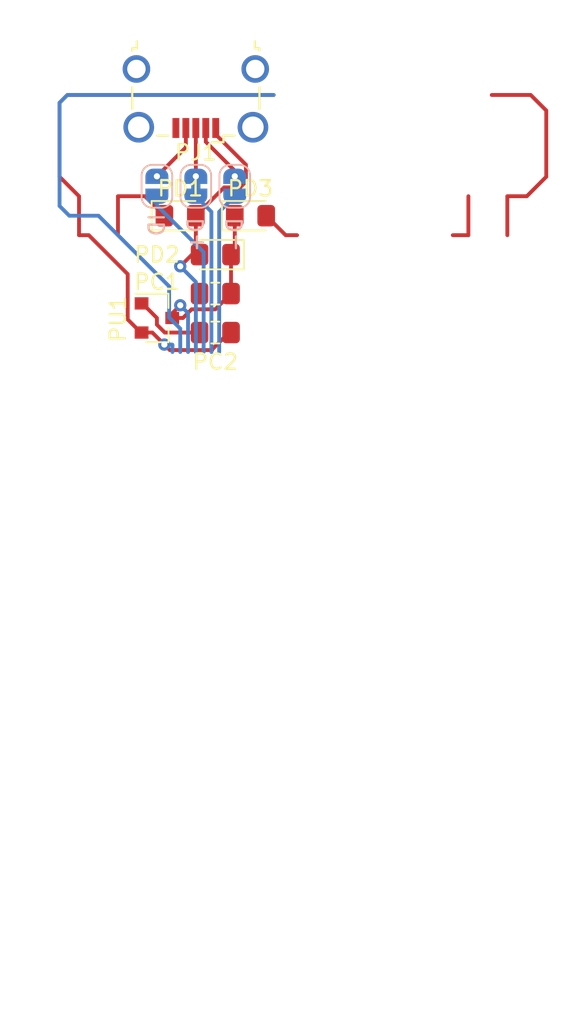
<source format=kicad_pcb>
(kicad_pcb (version 20171130) (host pcbnew 5.1.2)

  (general
    (thickness 1.6)
    (drawings 208)
    (tracks 89)
    (zones 0)
    (modules 10)
    (nets 14)
  )

  (page A4)
  (layers
    (0 F.Cu signal)
    (31 B.Cu signal)
    (32 B.Adhes user)
    (33 F.Adhes user)
    (34 B.Paste user)
    (35 F.Paste user)
    (36 B.SilkS user)
    (37 F.SilkS user)
    (38 B.Mask user)
    (39 F.Mask user)
    (40 Dwgs.User user)
    (41 Cmts.User user)
    (42 Eco1.User user)
    (43 Eco2.User user)
    (44 Edge.Cuts user)
    (45 Margin user)
    (46 B.CrtYd user)
    (47 F.CrtYd user)
    (48 B.Fab user)
    (49 F.Fab user)
  )

  (setup
    (last_trace_width 0.25)
    (trace_clearance 0.2)
    (zone_clearance 0.508)
    (zone_45_only no)
    (trace_min 0.2)
    (via_size 0.8)
    (via_drill 0.4)
    (via_min_size 0.4)
    (via_min_drill 0.3)
    (uvia_size 0.3)
    (uvia_drill 0.1)
    (uvias_allowed no)
    (uvia_min_size 0.2)
    (uvia_min_drill 0.1)
    (edge_width 0.05)
    (segment_width 0.2)
    (pcb_text_width 0.3)
    (pcb_text_size 1.5 1.5)
    (mod_edge_width 0.12)
    (mod_text_size 1 1)
    (mod_text_width 0.15)
    (pad_size 1.7 1.7)
    (pad_drill 1)
    (pad_to_mask_clearance 0.051)
    (solder_mask_min_width 0.25)
    (aux_axis_origin 0 0)
    (visible_elements FFFFFF7F)
    (pcbplotparams
      (layerselection 0x010fc_ffffffff)
      (usegerberextensions false)
      (usegerberattributes false)
      (usegerberadvancedattributes false)
      (creategerberjobfile false)
      (excludeedgelayer true)
      (linewidth 0.100000)
      (plotframeref false)
      (viasonmask false)
      (mode 1)
      (useauxorigin false)
      (hpglpennumber 1)
      (hpglpenspeed 20)
      (hpglpendiameter 15.000000)
      (psnegative false)
      (psa4output false)
      (plotreference true)
      (plotvalue true)
      (plotinvisibletext false)
      (padsonsilk false)
      (subtractmaskfromsilk false)
      (outputformat 1)
      (mirror false)
      (drillshape 1)
      (scaleselection 1)
      (outputdirectory ""))
  )

  (net 0 "")
  (net 1 GND)
  (net 2 VREG_IN)
  (net 3 VDD)
  (net 4 VBUS)
  (net 5 "Net-(PJ1-Pad3)")
  (net 6 "Net-(PJ1-Pad2)")
  (net 7 +5V)
  (net 8 5V)
  (net 9 VBAT)
  (net 10 "Net-(PJ1-Pad4)")
  (net 11 USB_D+)
  (net 12 USB_D-)
  (net 13 USB_ID)

  (net_class Default "Dit is de standaard class."
    (clearance 0.2)
    (trace_width 0.25)
    (via_dia 0.8)
    (via_drill 0.4)
    (uvia_dia 0.3)
    (uvia_drill 0.1)
    (add_net +5V)
    (add_net 5V)
    (add_net GND)
    (add_net "Net-(PJ1-Pad2)")
    (add_net "Net-(PJ1-Pad3)")
    (add_net "Net-(PJ1-Pad4)")
    (add_net USB_D+)
    (add_net USB_D-)
    (add_net USB_ID)
    (add_net VBAT)
    (add_net VBUS)
    (add_net VDD)
    (add_net VREG_IN)
  )

  (module Jumper:SolderJumper-2_P1.3mm_Open_RoundedPad1.0x1.5mm (layer B.Cu) (tedit 5B391E66) (tstamp 5CD68DB9)
    (at 142.24 60.31 270)
    (descr "SMD Solder Jumper, 1x1.5mm, rounded Pads, 0.3mm gap, open")
    (tags "solder jumper open")
    (path /5CD68ED6)
    (attr virtual)
    (fp_text reference PSJ3 (at 0 1.8 270) (layer B.SilkS) hide
      (effects (font (size 1 1) (thickness 0.15)) (justify mirror))
    )
    (fp_text value ID (at 2.525 0 270) (layer B.SilkS)
      (effects (font (size 1 1) (thickness 0.15)) (justify mirror))
    )
    (fp_line (start 1.65 -1.25) (end -1.65 -1.25) (layer B.CrtYd) (width 0.05))
    (fp_line (start 1.65 -1.25) (end 1.65 1.25) (layer B.CrtYd) (width 0.05))
    (fp_line (start -1.65 1.25) (end -1.65 -1.25) (layer B.CrtYd) (width 0.05))
    (fp_line (start -1.65 1.25) (end 1.65 1.25) (layer B.CrtYd) (width 0.05))
    (fp_line (start -0.7 1) (end 0.7 1) (layer B.SilkS) (width 0.12))
    (fp_line (start 1.4 0.3) (end 1.4 -0.3) (layer B.SilkS) (width 0.12))
    (fp_line (start 0.7 -1) (end -0.7 -1) (layer B.SilkS) (width 0.12))
    (fp_line (start -1.4 -0.3) (end -1.4 0.3) (layer B.SilkS) (width 0.12))
    (fp_arc (start -0.7 0.3) (end -0.7 1) (angle 90) (layer B.SilkS) (width 0.12))
    (fp_arc (start -0.7 -0.3) (end -1.4 -0.3) (angle 90) (layer B.SilkS) (width 0.12))
    (fp_arc (start 0.7 -0.3) (end 0.7 -1) (angle 90) (layer B.SilkS) (width 0.12))
    (fp_arc (start 0.7 0.3) (end 1.4 0.3) (angle 90) (layer B.SilkS) (width 0.12))
    (pad 2 smd custom (at 0.65 0 270) (size 1 0.5) (layers B.Cu B.Mask)
      (net 13 USB_ID) (zone_connect 2)
      (options (clearance outline) (anchor rect))
      (primitives
        (gr_circle (center 0 -0.25) (end 0.5 -0.25) (width 0))
        (gr_circle (center 0 0.25) (end 0.5 0.25) (width 0))
        (gr_poly (pts
           (xy 0 0.75) (xy -0.5 0.75) (xy -0.5 -0.75) (xy 0 -0.75)) (width 0))
      ))
    (pad 1 smd custom (at -0.65 0 270) (size 1 0.5) (layers B.Cu B.Mask)
      (net 10 "Net-(PJ1-Pad4)") (zone_connect 2)
      (options (clearance outline) (anchor rect))
      (primitives
        (gr_circle (center 0 -0.25) (end 0.5 -0.25) (width 0))
        (gr_circle (center 0 0.25) (end 0.5 0.25) (width 0))
        (gr_poly (pts
           (xy 0 0.75) (xy 0.5 0.75) (xy 0.5 -0.75) (xy 0 -0.75)) (width 0))
      ))
  )

  (module Jumper:SolderJumper-2_P1.3mm_Bridged_RoundedPad1.0x1.5mm (layer B.Cu) (tedit 5C745284) (tstamp 5CD312EF)
    (at 147.32 60.31 270)
    (descr "SMD Solder Jumper, 1x1.5mm, rounded Pads, 0.3mm gap, bridged with 1 copper strip")
    (tags "solder jumper open")
    (path /5CD49D12)
    (attr virtual)
    (fp_text reference PSJ2 (at 0 1.8 90) (layer B.SilkS) hide
      (effects (font (size 1 1) (thickness 0.15)) (justify mirror))
    )
    (fp_text value D- (at 3.16 0 90) (layer B.SilkS)
      (effects (font (size 1 1) (thickness 0.15)) (justify mirror))
    )
    (fp_poly (pts (xy 0.25 0.3) (xy -0.25 0.3) (xy -0.25 -0.3) (xy 0.25 -0.3)) (layer B.Cu) (width 0))
    (fp_line (start 1.65 -1.25) (end -1.65 -1.25) (layer B.CrtYd) (width 0.05))
    (fp_line (start 1.65 -1.25) (end 1.65 1.25) (layer B.CrtYd) (width 0.05))
    (fp_line (start -1.65 1.25) (end -1.65 -1.25) (layer B.CrtYd) (width 0.05))
    (fp_line (start -1.65 1.25) (end 1.65 1.25) (layer B.CrtYd) (width 0.05))
    (fp_line (start -0.7 1) (end 0.7 1) (layer B.SilkS) (width 0.12))
    (fp_line (start 1.4 0.3) (end 1.4 -0.3) (layer B.SilkS) (width 0.12))
    (fp_line (start 0.7 -1) (end -0.7 -1) (layer B.SilkS) (width 0.12))
    (fp_line (start -1.4 -0.3) (end -1.4 0.3) (layer B.SilkS) (width 0.12))
    (fp_arc (start -0.7 0.3) (end -0.7 1) (angle 90) (layer B.SilkS) (width 0.12))
    (fp_arc (start -0.7 -0.3) (end -1.4 -0.3) (angle 90) (layer B.SilkS) (width 0.12))
    (fp_arc (start 0.7 -0.3) (end 0.7 -1) (angle 90) (layer B.SilkS) (width 0.12))
    (fp_arc (start 0.7 0.3) (end 1.4 0.3) (angle 90) (layer B.SilkS) (width 0.12))
    (pad 1 smd custom (at -0.65 0 270) (size 1 0.5) (layers B.Cu B.Mask)
      (net 6 "Net-(PJ1-Pad2)") (zone_connect 2)
      (options (clearance outline) (anchor rect))
      (primitives
        (gr_circle (center 0 -0.25) (end 0.5 -0.25) (width 0))
        (gr_circle (center 0 0.25) (end 0.5 0.25) (width 0))
        (gr_poly (pts
           (xy 0 0.75) (xy 0.5 0.75) (xy 0.5 -0.75) (xy 0 -0.75)) (width 0))
      ))
    (pad 2 smd custom (at 0.65 0 270) (size 1 0.5) (layers B.Cu B.Mask)
      (net 12 USB_D-) (zone_connect 2)
      (options (clearance outline) (anchor rect))
      (primitives
        (gr_circle (center 0 -0.25) (end 0.5 -0.25) (width 0))
        (gr_circle (center 0 0.25) (end 0.5 0.25) (width 0))
        (gr_poly (pts
           (xy 0 0.75) (xy -0.5 0.75) (xy -0.5 -0.75) (xy 0 -0.75)) (width 0))
      ))
  )

  (module Jumper:SolderJumper-2_P1.3mm_Bridged_RoundedPad1.0x1.5mm (layer B.Cu) (tedit 5C745284) (tstamp 5CD312DC)
    (at 144.78 60.31 270)
    (descr "SMD Solder Jumper, 1x1.5mm, rounded Pads, 0.3mm gap, bridged with 1 copper strip")
    (tags "solder jumper open")
    (path /5CD490AD)
    (attr virtual)
    (fp_text reference PSJ1 (at 0 1.8 90) (layer B.SilkS) hide
      (effects (font (size 1 1) (thickness 0.15)) (justify mirror))
    )
    (fp_text value D+ (at 3.16 0 90) (layer B.SilkS)
      (effects (font (size 1 1) (thickness 0.15)) (justify mirror))
    )
    (fp_poly (pts (xy 0.25 0.3) (xy -0.25 0.3) (xy -0.25 -0.3) (xy 0.25 -0.3)) (layer B.Cu) (width 0))
    (fp_line (start 1.65 -1.25) (end -1.65 -1.25) (layer B.CrtYd) (width 0.05))
    (fp_line (start 1.65 -1.25) (end 1.65 1.25) (layer B.CrtYd) (width 0.05))
    (fp_line (start -1.65 1.25) (end -1.65 -1.25) (layer B.CrtYd) (width 0.05))
    (fp_line (start -1.65 1.25) (end 1.65 1.25) (layer B.CrtYd) (width 0.05))
    (fp_line (start -0.7 1) (end 0.7 1) (layer B.SilkS) (width 0.12))
    (fp_line (start 1.4 0.3) (end 1.4 -0.3) (layer B.SilkS) (width 0.12))
    (fp_line (start 0.7 -1) (end -0.7 -1) (layer B.SilkS) (width 0.12))
    (fp_line (start -1.4 -0.3) (end -1.4 0.3) (layer B.SilkS) (width 0.12))
    (fp_arc (start -0.7 0.3) (end -0.7 1) (angle 90) (layer B.SilkS) (width 0.12))
    (fp_arc (start -0.7 -0.3) (end -1.4 -0.3) (angle 90) (layer B.SilkS) (width 0.12))
    (fp_arc (start 0.7 -0.3) (end 0.7 -1) (angle 90) (layer B.SilkS) (width 0.12))
    (fp_arc (start 0.7 0.3) (end 1.4 0.3) (angle 90) (layer B.SilkS) (width 0.12))
    (pad 1 smd custom (at -0.65 0 270) (size 1 0.5) (layers B.Cu B.Mask)
      (net 5 "Net-(PJ1-Pad3)") (zone_connect 2)
      (options (clearance outline) (anchor rect))
      (primitives
        (gr_circle (center 0 -0.25) (end 0.5 -0.25) (width 0))
        (gr_circle (center 0 0.25) (end 0.5 0.25) (width 0))
        (gr_poly (pts
           (xy 0 0.75) (xy 0.5 0.75) (xy 0.5 -0.75) (xy 0 -0.75)) (width 0))
      ))
    (pad 2 smd custom (at 0.65 0 270) (size 1 0.5) (layers B.Cu B.Mask)
      (net 11 USB_D+) (zone_connect 2)
      (options (clearance outline) (anchor rect))
      (primitives
        (gr_circle (center 0 -0.25) (end 0.5 -0.25) (width 0))
        (gr_circle (center 0 0.25) (end 0.5 0.25) (width 0))
        (gr_poly (pts
           (xy 0 0.75) (xy -0.5 0.75) (xy -0.5 -0.75) (xy 0 -0.75)) (width 0))
      ))
  )

  (module Package_TO_SOT_SMD:SOT-23 (layer F.Cu) (tedit 5A02FF57) (tstamp 5CD31063)
    (at 142.24 68.9)
    (descr "SOT-23, Standard")
    (tags SOT-23)
    (path /5CD34147)
    (attr smd)
    (fp_text reference PU1 (at -2.54 0.061 90) (layer F.SilkS)
      (effects (font (size 1 1) (thickness 0.15)))
    )
    (fp_text value MCP1700-3302E_SOT23 (at 0 2.5) (layer F.Fab)
      (effects (font (size 1 1) (thickness 0.15)))
    )
    (fp_line (start 0.76 1.58) (end -0.7 1.58) (layer F.SilkS) (width 0.12))
    (fp_line (start 0.76 -1.58) (end -1.4 -1.58) (layer F.SilkS) (width 0.12))
    (fp_line (start -1.7 1.75) (end -1.7 -1.75) (layer F.CrtYd) (width 0.05))
    (fp_line (start 1.7 1.75) (end -1.7 1.75) (layer F.CrtYd) (width 0.05))
    (fp_line (start 1.7 -1.75) (end 1.7 1.75) (layer F.CrtYd) (width 0.05))
    (fp_line (start -1.7 -1.75) (end 1.7 -1.75) (layer F.CrtYd) (width 0.05))
    (fp_line (start 0.76 -1.58) (end 0.76 -0.65) (layer F.SilkS) (width 0.12))
    (fp_line (start 0.76 1.58) (end 0.76 0.65) (layer F.SilkS) (width 0.12))
    (fp_line (start -0.7 1.52) (end 0.7 1.52) (layer F.Fab) (width 0.1))
    (fp_line (start 0.7 -1.52) (end 0.7 1.52) (layer F.Fab) (width 0.1))
    (fp_line (start -0.7 -0.95) (end -0.15 -1.52) (layer F.Fab) (width 0.1))
    (fp_line (start -0.15 -1.52) (end 0.7 -1.52) (layer F.Fab) (width 0.1))
    (fp_line (start -0.7 -0.95) (end -0.7 1.5) (layer F.Fab) (width 0.1))
    (fp_text user %R (at 0 0 90) (layer F.Fab)
      (effects (font (size 0.5 0.5) (thickness 0.075)))
    )
    (pad 3 smd rect (at 1 0) (size 0.9 0.8) (layers F.Cu F.Paste F.Mask)
      (net 2 VREG_IN))
    (pad 2 smd rect (at -1 0.95) (size 0.9 0.8) (layers F.Cu F.Paste F.Mask)
      (net 3 VDD))
    (pad 1 smd rect (at -1 -0.95) (size 0.9 0.8) (layers F.Cu F.Paste F.Mask)
      (net 1 GND))
    (model ${KISYS3DMOD}/Package_TO_SOT_SMD.3dshapes/SOT-23.wrl
      (at (xyz 0 0 0))
      (scale (xyz 1 1 1))
      (rotate (xyz 0 0 0))
    )
  )

  (module Connector_USB:USB_Micro-B_Wuerth_629105150521_CircularHoles locked (layer F.Cu) (tedit 5A142044) (tstamp 5CD3051C)
    (at 144.78 54.61 180)
    (descr "USB Micro-B receptacle, http://www.mouser.com/ds/2/445/629105150521-469306.pdf")
    (tags "usb micro receptacle")
    (path /5CD3EA32)
    (attr smd)
    (fp_text reference PJ1 (at 0 -3.5) (layer F.SilkS)
      (effects (font (size 1 1) (thickness 0.15)))
    )
    (fp_text value USB_B_Mini (at 0 5.6) (layer F.Fab)
      (effects (font (size 1 1) (thickness 0.15)))
    )
    (fp_text user "PCB Edge" (at 0 3.75) (layer Dwgs.User)
      (effects (font (size 0.5 0.5) (thickness 0.08)))
    )
    (fp_text user %R (at 0 1.05) (layer F.Fab)
      (effects (font (size 1 1) (thickness 0.15)))
    )
    (fp_line (start 5.28 -3.34) (end -5.27 -3.34) (layer F.CrtYd) (width 0.05))
    (fp_line (start 5.28 4.85) (end 5.28 -3.34) (layer F.CrtYd) (width 0.05))
    (fp_line (start -5.27 4.85) (end 5.28 4.85) (layer F.CrtYd) (width 0.05))
    (fp_line (start -5.27 -3.34) (end -5.27 4.85) (layer F.CrtYd) (width 0.05))
    (fp_line (start 1.8 -2.4) (end 2.525 -2.4) (layer F.SilkS) (width 0.15))
    (fp_line (start -1.8 -2.4) (end -2.525 -2.4) (layer F.SilkS) (width 0.15))
    (fp_line (start -1.8 -2.825) (end -1.8 -2.4) (layer F.SilkS) (width 0.15))
    (fp_line (start -1.075 -2.825) (end -1.8 -2.825) (layer F.SilkS) (width 0.15))
    (fp_line (start 4.15 0.75) (end 4.15 -0.65) (layer F.SilkS) (width 0.15))
    (fp_line (start 4.15 3.3) (end 4.15 3.15) (layer F.SilkS) (width 0.15))
    (fp_line (start 3.85 3.3) (end 4.15 3.3) (layer F.SilkS) (width 0.15))
    (fp_line (start 3.85 3.75) (end 3.85 3.3) (layer F.SilkS) (width 0.15))
    (fp_line (start -3.85 3.3) (end -3.85 3.75) (layer F.SilkS) (width 0.15))
    (fp_line (start -4.15 3.3) (end -3.85 3.3) (layer F.SilkS) (width 0.15))
    (fp_line (start -4.15 3.15) (end -4.15 3.3) (layer F.SilkS) (width 0.15))
    (fp_line (start -4.15 -0.65) (end -4.15 0.75) (layer F.SilkS) (width 0.15))
    (fp_line (start -1.075 -2.95) (end -1.075 -2.725) (layer F.Fab) (width 0.15))
    (fp_line (start -1.525 -2.95) (end -1.075 -2.95) (layer F.Fab) (width 0.15))
    (fp_line (start -1.525 -2.725) (end -1.525 -2.95) (layer F.Fab) (width 0.15))
    (fp_line (start -1.3 -2.55) (end -1.525 -2.725) (layer F.Fab) (width 0.15))
    (fp_line (start -1.075 -2.725) (end -1.3 -2.55) (layer F.Fab) (width 0.15))
    (fp_line (start -2.7 3.75) (end 2.7 3.75) (layer F.Fab) (width 0.15))
    (fp_line (start 4 -2.25) (end -4 -2.25) (layer F.Fab) (width 0.15))
    (fp_line (start 4 3.15) (end 4 -2.25) (layer F.Fab) (width 0.15))
    (fp_line (start 3.7 3.15) (end 4 3.15) (layer F.Fab) (width 0.15))
    (fp_line (start 3.7 4.35) (end 3.7 3.15) (layer F.Fab) (width 0.15))
    (fp_line (start -3.7 4.35) (end 3.7 4.35) (layer F.Fab) (width 0.15))
    (fp_line (start -3.7 3.15) (end -3.7 4.35) (layer F.Fab) (width 0.15))
    (fp_line (start -4 3.15) (end -3.7 3.15) (layer F.Fab) (width 0.15))
    (fp_line (start -4 -2.25) (end -4 3.15) (layer F.Fab) (width 0.15))
    (pad "" np_thru_hole circle (at 2.5 -0.8 180) (size 0.8 0.8) (drill 0.8) (layers *.Cu *.Mask))
    (pad "" np_thru_hole circle (at -2.5 -0.8 180) (size 0.8 0.8) (drill 0.8) (layers *.Cu *.Mask))
    (pad 6 thru_hole circle (at 3.875 1.95 180) (size 1.8 1.8) (drill 1.2) (layers *.Cu *.Mask)
      (net 1 GND))
    (pad 6 thru_hole circle (at -3.875 1.95 180) (size 1.8 1.8) (drill 1.2) (layers *.Cu *.Mask)
      (net 1 GND))
    (pad 6 thru_hole circle (at 3.725 -1.85 180) (size 2 2) (drill 1.4) (layers *.Cu *.Mask)
      (net 1 GND))
    (pad 6 thru_hole circle (at -3.725 -1.85 180) (size 2 2) (drill 1.4) (layers *.Cu *.Mask)
      (net 1 GND))
    (pad 5 smd rect (at 1.3 -1.9 180) (size 0.45 1.3) (layers F.Cu F.Paste F.Mask)
      (net 1 GND))
    (pad 4 smd rect (at 0.65 -1.9 180) (size 0.45 1.3) (layers F.Cu F.Paste F.Mask)
      (net 10 "Net-(PJ1-Pad4)"))
    (pad 3 smd rect (at 0 -1.9 180) (size 0.45 1.3) (layers F.Cu F.Paste F.Mask)
      (net 5 "Net-(PJ1-Pad3)"))
    (pad 2 smd rect (at -0.65 -1.9 180) (size 0.45 1.3) (layers F.Cu F.Paste F.Mask)
      (net 6 "Net-(PJ1-Pad2)"))
    (pad 1 smd rect (at -1.3 -1.9 180) (size 0.45 1.3) (layers F.Cu F.Paste F.Mask)
      (net 4 VBUS))
    (model ${KISYS3DMOD}/Connector_USB.3dshapes/USB_Micro-B_Wuerth_629105150521_CircularHoles.wrl
      (at (xyz 0 0 0))
      (scale (xyz 1 1 1))
      (rotate (xyz 0 0 0))
    )
  )

  (module Diode_SMD:D_0805_2012Metric_Pad1.15x1.40mm_HandSolder (layer F.Cu) (tedit 5B4B45C8) (tstamp 5CD304ED)
    (at 148.345 62.23)
    (descr "Diode SMD 0805 (2012 Metric), square (rectangular) end terminal, IPC_7351 nominal, (Body size source: https://docs.google.com/spreadsheets/d/1BsfQQcO9C6DZCsRaXUlFlo91Tg2WpOkGARC1WS5S8t0/edit?usp=sharing), generated with kicad-footprint-generator")
    (tags "diode handsolder")
    (path /5CD39A0C)
    (attr smd)
    (fp_text reference PD3 (at -0.009 -1.778) (layer F.SilkS)
      (effects (font (size 1 1) (thickness 0.15)))
    )
    (fp_text value D (at 0 1.65) (layer F.Fab)
      (effects (font (size 1 1) (thickness 0.15)))
    )
    (fp_text user %R (at 0 0) (layer F.Fab)
      (effects (font (size 0.5 0.5) (thickness 0.08)))
    )
    (fp_line (start 1.85 0.95) (end -1.85 0.95) (layer F.CrtYd) (width 0.05))
    (fp_line (start 1.85 -0.95) (end 1.85 0.95) (layer F.CrtYd) (width 0.05))
    (fp_line (start -1.85 -0.95) (end 1.85 -0.95) (layer F.CrtYd) (width 0.05))
    (fp_line (start -1.85 0.95) (end -1.85 -0.95) (layer F.CrtYd) (width 0.05))
    (fp_line (start -1.86 0.96) (end 1 0.96) (layer F.SilkS) (width 0.12))
    (fp_line (start -1.86 -0.96) (end -1.86 0.96) (layer F.SilkS) (width 0.12))
    (fp_line (start 1 -0.96) (end -1.86 -0.96) (layer F.SilkS) (width 0.12))
    (fp_line (start 1 0.6) (end 1 -0.6) (layer F.Fab) (width 0.1))
    (fp_line (start -1 0.6) (end 1 0.6) (layer F.Fab) (width 0.1))
    (fp_line (start -1 -0.3) (end -1 0.6) (layer F.Fab) (width 0.1))
    (fp_line (start -0.7 -0.6) (end -1 -0.3) (layer F.Fab) (width 0.1))
    (fp_line (start 1 -0.6) (end -0.7 -0.6) (layer F.Fab) (width 0.1))
    (pad 2 smd roundrect (at 1.025 0) (size 1.15 1.4) (layers F.Cu F.Paste F.Mask) (roundrect_rratio 0.217391)
      (net 9 VBAT))
    (pad 1 smd roundrect (at -1.025 0) (size 1.15 1.4) (layers F.Cu F.Paste F.Mask) (roundrect_rratio 0.217391)
      (net 2 VREG_IN))
    (model ${KISYS3DMOD}/Diode_SMD.3dshapes/D_0805_2012Metric.wrl
      (at (xyz 0 0 0))
      (scale (xyz 1 1 1))
      (rotate (xyz 0 0 0))
    )
  )

  (module Diode_SMD:D_0805_2012Metric_Pad1.15x1.40mm_HandSolder (layer F.Cu) (tedit 5B4B45C8) (tstamp 5CD304DA)
    (at 146.05 64.77 180)
    (descr "Diode SMD 0805 (2012 Metric), square (rectangular) end terminal, IPC_7351 nominal, (Body size source: https://docs.google.com/spreadsheets/d/1BsfQQcO9C6DZCsRaXUlFlo91Tg2WpOkGARC1WS5S8t0/edit?usp=sharing), generated with kicad-footprint-generator")
    (tags "diode handsolder")
    (path /5CD38AA0)
    (attr smd)
    (fp_text reference PD2 (at 3.81 0) (layer F.SilkS)
      (effects (font (size 1 1) (thickness 0.15)))
    )
    (fp_text value D (at 0 1.65) (layer F.Fab)
      (effects (font (size 1 1) (thickness 0.15)))
    )
    (fp_text user %R (at 0 0) (layer F.Fab)
      (effects (font (size 0.5 0.5) (thickness 0.08)))
    )
    (fp_line (start 1.85 0.95) (end -1.85 0.95) (layer F.CrtYd) (width 0.05))
    (fp_line (start 1.85 -0.95) (end 1.85 0.95) (layer F.CrtYd) (width 0.05))
    (fp_line (start -1.85 -0.95) (end 1.85 -0.95) (layer F.CrtYd) (width 0.05))
    (fp_line (start -1.85 0.95) (end -1.85 -0.95) (layer F.CrtYd) (width 0.05))
    (fp_line (start -1.86 0.96) (end 1 0.96) (layer F.SilkS) (width 0.12))
    (fp_line (start -1.86 -0.96) (end -1.86 0.96) (layer F.SilkS) (width 0.12))
    (fp_line (start 1 -0.96) (end -1.86 -0.96) (layer F.SilkS) (width 0.12))
    (fp_line (start 1 0.6) (end 1 -0.6) (layer F.Fab) (width 0.1))
    (fp_line (start -1 0.6) (end 1 0.6) (layer F.Fab) (width 0.1))
    (fp_line (start -1 -0.3) (end -1 0.6) (layer F.Fab) (width 0.1))
    (fp_line (start -0.7 -0.6) (end -1 -0.3) (layer F.Fab) (width 0.1))
    (fp_line (start 1 -0.6) (end -0.7 -0.6) (layer F.Fab) (width 0.1))
    (pad 2 smd roundrect (at 1.025 0 180) (size 1.15 1.4) (layers F.Cu F.Paste F.Mask) (roundrect_rratio 0.217391)
      (net 4 VBUS))
    (pad 1 smd roundrect (at -1.025 0 180) (size 1.15 1.4) (layers F.Cu F.Paste F.Mask) (roundrect_rratio 0.217391)
      (net 2 VREG_IN))
    (model ${KISYS3DMOD}/Diode_SMD.3dshapes/D_0805_2012Metric.wrl
      (at (xyz 0 0 0))
      (scale (xyz 1 1 1))
      (rotate (xyz 0 0 0))
    )
  )

  (module Diode_SMD:D_0805_2012Metric_Pad1.15x1.40mm_HandSolder (layer F.Cu) (tedit 5B4B45C8) (tstamp 5CD304C7)
    (at 143.755 62.23)
    (descr "Diode SMD 0805 (2012 Metric), square (rectangular) end terminal, IPC_7351 nominal, (Body size source: https://docs.google.com/spreadsheets/d/1BsfQQcO9C6DZCsRaXUlFlo91Tg2WpOkGARC1WS5S8t0/edit?usp=sharing), generated with kicad-footprint-generator")
    (tags "diode handsolder")
    (path /5CD3CA7E)
    (attr smd)
    (fp_text reference PD1 (at 0.009 -1.778) (layer F.SilkS)
      (effects (font (size 1 1) (thickness 0.15)))
    )
    (fp_text value D (at 0 1.65) (layer F.Fab)
      (effects (font (size 1 1) (thickness 0.15)))
    )
    (fp_text user %R (at 0 0) (layer F.Fab)
      (effects (font (size 0.5 0.5) (thickness 0.08)))
    )
    (fp_line (start 1.85 0.95) (end -1.85 0.95) (layer F.CrtYd) (width 0.05))
    (fp_line (start 1.85 -0.95) (end 1.85 0.95) (layer F.CrtYd) (width 0.05))
    (fp_line (start -1.85 -0.95) (end 1.85 -0.95) (layer F.CrtYd) (width 0.05))
    (fp_line (start -1.85 0.95) (end -1.85 -0.95) (layer F.CrtYd) (width 0.05))
    (fp_line (start -1.86 0.96) (end 1 0.96) (layer F.SilkS) (width 0.12))
    (fp_line (start -1.86 -0.96) (end -1.86 0.96) (layer F.SilkS) (width 0.12))
    (fp_line (start 1 -0.96) (end -1.86 -0.96) (layer F.SilkS) (width 0.12))
    (fp_line (start 1 0.6) (end 1 -0.6) (layer F.Fab) (width 0.1))
    (fp_line (start -1 0.6) (end 1 0.6) (layer F.Fab) (width 0.1))
    (fp_line (start -1 -0.3) (end -1 0.6) (layer F.Fab) (width 0.1))
    (fp_line (start -0.7 -0.6) (end -1 -0.3) (layer F.Fab) (width 0.1))
    (fp_line (start 1 -0.6) (end -0.7 -0.6) (layer F.Fab) (width 0.1))
    (pad 2 smd roundrect (at 1.025 0) (size 1.15 1.4) (layers F.Cu F.Paste F.Mask) (roundrect_rratio 0.217391)
      (net 4 VBUS))
    (pad 1 smd roundrect (at -1.025 0) (size 1.15 1.4) (layers F.Cu F.Paste F.Mask) (roundrect_rratio 0.217391)
      (net 8 5V))
    (model ${KISYS3DMOD}/Diode_SMD.3dshapes/D_0805_2012Metric.wrl
      (at (xyz 0 0 0))
      (scale (xyz 1 1 1))
      (rotate (xyz 0 0 0))
    )
  )

  (module Capacitor_SMD:C_0805_2012Metric_Pad1.15x1.40mm_HandSolder (layer F.Cu) (tedit 5B36C52B) (tstamp 5CD304B4)
    (at 146.05 69.85 180)
    (descr "Capacitor SMD 0805 (2012 Metric), square (rectangular) end terminal, IPC_7351 nominal with elongated pad for handsoldering. (Body size source: https://docs.google.com/spreadsheets/d/1BsfQQcO9C6DZCsRaXUlFlo91Tg2WpOkGARC1WS5S8t0/edit?usp=sharing), generated with kicad-footprint-generator")
    (tags "capacitor handsolder")
    (path /5CD36A53)
    (attr smd)
    (fp_text reference PC2 (at 0 -1.905) (layer F.SilkS)
      (effects (font (size 1 1) (thickness 0.15)))
    )
    (fp_text value 1uF (at 0 1.65) (layer F.Fab)
      (effects (font (size 1 1) (thickness 0.15)))
    )
    (fp_text user %R (at 0 0) (layer F.Fab)
      (effects (font (size 0.5 0.5) (thickness 0.08)))
    )
    (fp_line (start 1.85 0.95) (end -1.85 0.95) (layer F.CrtYd) (width 0.05))
    (fp_line (start 1.85 -0.95) (end 1.85 0.95) (layer F.CrtYd) (width 0.05))
    (fp_line (start -1.85 -0.95) (end 1.85 -0.95) (layer F.CrtYd) (width 0.05))
    (fp_line (start -1.85 0.95) (end -1.85 -0.95) (layer F.CrtYd) (width 0.05))
    (fp_line (start -0.261252 0.71) (end 0.261252 0.71) (layer F.SilkS) (width 0.12))
    (fp_line (start -0.261252 -0.71) (end 0.261252 -0.71) (layer F.SilkS) (width 0.12))
    (fp_line (start 1 0.6) (end -1 0.6) (layer F.Fab) (width 0.1))
    (fp_line (start 1 -0.6) (end 1 0.6) (layer F.Fab) (width 0.1))
    (fp_line (start -1 -0.6) (end 1 -0.6) (layer F.Fab) (width 0.1))
    (fp_line (start -1 0.6) (end -1 -0.6) (layer F.Fab) (width 0.1))
    (pad 2 smd roundrect (at 1.025 0 180) (size 1.15 1.4) (layers F.Cu F.Paste F.Mask) (roundrect_rratio 0.217391)
      (net 1 GND))
    (pad 1 smd roundrect (at -1.025 0 180) (size 1.15 1.4) (layers F.Cu F.Paste F.Mask) (roundrect_rratio 0.217391)
      (net 3 VDD))
    (model ${KISYS3DMOD}/Capacitor_SMD.3dshapes/C_0805_2012Metric.wrl
      (at (xyz 0 0 0))
      (scale (xyz 1 1 1))
      (rotate (xyz 0 0 0))
    )
  )

  (module Capacitor_SMD:C_0805_2012Metric_Pad1.15x1.40mm_HandSolder (layer F.Cu) (tedit 5B36C52B) (tstamp 5CD370B0)
    (at 146.05 67.31 180)
    (descr "Capacitor SMD 0805 (2012 Metric), square (rectangular) end terminal, IPC_7351 nominal with elongated pad for handsoldering. (Body size source: https://docs.google.com/spreadsheets/d/1BsfQQcO9C6DZCsRaXUlFlo91Tg2WpOkGARC1WS5S8t0/edit?usp=sharing), generated with kicad-footprint-generator")
    (tags "capacitor handsolder")
    (path /5CD362D8)
    (attr smd)
    (fp_text reference PC1 (at 3.81 0.762) (layer F.SilkS)
      (effects (font (size 1 1) (thickness 0.15)))
    )
    (fp_text value 1uF (at 0 1.65) (layer F.Fab)
      (effects (font (size 1 1) (thickness 0.15)))
    )
    (fp_text user %R (at 0 0) (layer F.Fab)
      (effects (font (size 0.5 0.5) (thickness 0.08)))
    )
    (fp_line (start 1.85 0.95) (end -1.85 0.95) (layer F.CrtYd) (width 0.05))
    (fp_line (start 1.85 -0.95) (end 1.85 0.95) (layer F.CrtYd) (width 0.05))
    (fp_line (start -1.85 -0.95) (end 1.85 -0.95) (layer F.CrtYd) (width 0.05))
    (fp_line (start -1.85 0.95) (end -1.85 -0.95) (layer F.CrtYd) (width 0.05))
    (fp_line (start -0.261252 0.71) (end 0.261252 0.71) (layer F.SilkS) (width 0.12))
    (fp_line (start -0.261252 -0.71) (end 0.261252 -0.71) (layer F.SilkS) (width 0.12))
    (fp_line (start 1 0.6) (end -1 0.6) (layer F.Fab) (width 0.1))
    (fp_line (start 1 -0.6) (end 1 0.6) (layer F.Fab) (width 0.1))
    (fp_line (start -1 -0.6) (end 1 -0.6) (layer F.Fab) (width 0.1))
    (fp_line (start -1 0.6) (end -1 -0.6) (layer F.Fab) (width 0.1))
    (pad 2 smd roundrect (at 1.025 0 180) (size 1.15 1.4) (layers F.Cu F.Paste F.Mask) (roundrect_rratio 0.217391)
      (net 1 GND))
    (pad 1 smd roundrect (at -1.025 0 180) (size 1.15 1.4) (layers F.Cu F.Paste F.Mask) (roundrect_rratio 0.217391)
      (net 2 VREG_IN))
    (model ${KISYS3DMOD}/Capacitor_SMD.3dshapes/C_0805_2012Metric.wrl
      (at (xyz 0 0 0))
      (scale (xyz 1 1 1))
      (rotate (xyz 0 0 0))
    )
  )

  (gr_circle (center 143.256 71.12) (end 143.256 71.0692) (layer Dwgs.User) (width 0.15) (tstamp 5CD6B81A))
  (gr_circle (center 143.764 71.12) (end 143.764 71.0692) (layer Dwgs.User) (width 0.15) (tstamp 5CD6AEF4))
  (gr_circle (center 144.272 71.12) (end 144.272 71.0692) (layer Dwgs.User) (width 0.15) (tstamp 5CD6ADB3))
  (gr_circle (center 144.78 71.12) (end 144.78 71.0692) (layer Dwgs.User) (width 0.15) (tstamp 5CD6ADB0))
  (gr_circle (center 151.384 63.5) (end 151.4348 63.5) (layer Dwgs.User) (width 0.15) (tstamp 5CD6AB71))
  (gr_circle (center 161.544 63.5) (end 161.5948 63.5) (layer Dwgs.User) (width 0.15) (tstamp 5CD6AB49))
  (gr_circle (center 146.304 71.12) (end 146.304 71.0692) (layer Dwgs.User) (width 0.15) (tstamp 5CD6A016))
  (gr_circle (center 145.796 71.12) (end 145.796 71.0692) (layer Dwgs.User) (width 0.15) (tstamp 5CD6A013))
  (gr_circle (center 145.288 71.12) (end 145.288 71.0692) (layer Dwgs.User) (width 0.15) (tstamp 5CD6A010))
  (gr_line (start 135.255 64.77) (end 138.43 64.77) (layer Dwgs.User) (width 0.15))
  (gr_line (start 138.43 64.77) (end 139.7 66.04) (layer Dwgs.User) (width 0.15))
  (gr_line (start 139.7 71.12) (end 141.605 71.12) (layer Dwgs.User) (width 0.15))
  (gr_line (start 139.7 66.04) (end 139.7 71.12) (layer Dwgs.User) (width 0.15))
  (gr_line (start 135.255 53.975) (end 135.255 54.61) (layer Dwgs.User) (width 0.15) (tstamp 5CD69E28))
  (gr_line (start 139.065 53.975) (end 135.255 53.975) (layer Dwgs.User) (width 0.15))
  (gr_line (start 139.065 58.42) (end 149.86 50.8) (layer Dwgs.User) (width 0.15) (tstamp 5CD69D85))
  (gr_line (start 151.384 58.42) (end 139.065 50.8) (layer Dwgs.User) (width 0.15) (tstamp 5CD69D81))
  (gr_line (start 140.97 58.42) (end 151.384 58.42) (layer Dwgs.User) (width 0.15))
  (gr_line (start 139.065 50.8) (end 142.24 50.8) (layer Dwgs.User) (width 0.15))
  (gr_line (start 139.065 58.42) (end 139.065 50.8) (layer Dwgs.User) (width 0.15))
  (gr_line (start 140.97 58.42) (end 139.065 58.42) (layer Dwgs.User) (width 0.15))
  (gr_circle (center 165.1 55.88) (end 164.973 55.88) (layer Dwgs.User) (width 0.15) (tstamp 5CD34C7C))
  (gr_circle (center 165.1 58.42) (end 164.973 58.42) (layer Dwgs.User) (width 0.15) (tstamp 5CD34C7A))
  (gr_circle (center 165.1 63.5) (end 164.973 63.5) (layer Dwgs.User) (width 0.15) (tstamp 5CD34C77))
  (gr_circle (center 165.1 60.96) (end 164.973 60.96) (layer Dwgs.User) (width 0.15) (tstamp 5CD34C75))
  (gr_circle (center 137.16 55.88) (end 137.033 55.88) (layer Dwgs.User) (width 0.15) (tstamp 5CD34C6F))
  (gr_circle (center 137.16 58.42) (end 137.033 58.42) (layer Dwgs.User) (width 0.15) (tstamp 5CD34C6D))
  (gr_circle (center 139.7 60.96) (end 139.573 60.96) (layer Dwgs.User) (width 0.15) (tstamp 5CD34C69))
  (gr_circle (center 137.16 60.96) (end 137.033 60.96) (layer Dwgs.User) (width 0.15) (tstamp 5CD34C67))
  (gr_circle (center 139.7 63.5) (end 139.573 63.5) (layer Dwgs.User) (width 0.15) (tstamp 5CD34C58))
  (gr_circle (center 137.16 63.5) (end 137.033 63.5) (layer Dwgs.User) (width 0.15))
  (gr_line (start 170.18 50.8) (end 132.08 50.8) (layer Dwgs.User) (width 0.05) (tstamp 5CD3006B))
  (gr_line (start 170.18 109.22) (end 170.18 50.8) (layer Dwgs.User) (width 0.05))
  (gr_line (start 132.08 109.22) (end 170.18 109.22) (layer Dwgs.User) (width 0.05))
  (gr_line (start 132.08 50.8) (end 132.08 109.22) (layer Dwgs.User) (width 0.05))
  (gr_line (start 161.544 50.8) (end 151.13 50.8) (layer Dwgs.User) (width 0.15) (tstamp 5CD694C8))
  (gr_line (start 151.13 71.12) (end 161.544 71.12) (layer Dwgs.User) (width 0.15))
  (gr_line (start 140.97 50.8) (end 151.13 50.8) (layer Dwgs.User) (width 0.15) (tstamp 5CD693E3))
  (gr_line (start 140.97 71.12) (end 151.13 71.12) (layer Dwgs.User) (width 0.15))
  (gr_line (start 135.255 64.77) (end 135.255 54.61) (layer Dwgs.User) (width 0.15))
  (gr_circle (center 137.16 63.5) (end 137.16 64.516) (layer Dwgs.User) (width 0.15) (tstamp 5CD692B8))
  (gr_circle (center 137.16 88.9) (end 137.16 89.916) (layer Dwgs.User) (width 0.15) (tstamp 5CD692B7))
  (gr_circle (center 137.16 83.82) (end 137.16 84.836) (layer Dwgs.User) (width 0.15) (tstamp 5CD692B6))
  (gr_circle (center 137.16 93.98) (end 137.16 94.996) (layer Dwgs.User) (width 0.15) (tstamp 5CD692B5))
  (gr_circle (center 137.16 96.52) (end 137.16 97.536) (layer Dwgs.User) (width 0.15) (tstamp 5CD692B4))
  (gr_circle (center 137.16 104.14) (end 137.16 105.156) (layer Dwgs.User) (width 0.15) (tstamp 5CD692B3))
  (gr_circle (center 137.16 78.74) (end 137.16 79.756) (layer Dwgs.User) (width 0.15) (tstamp 5CD692B2))
  (gr_circle (center 137.16 76.2) (end 137.16 77.216) (layer Dwgs.User) (width 0.15) (tstamp 5CD692B1))
  (gr_circle (center 137.16 81.28) (end 137.16 82.296) (layer Dwgs.User) (width 0.15) (tstamp 5CD692B0))
  (gr_circle (center 137.16 55.88) (end 137.16 56.896) (layer Dwgs.User) (width 0.15) (tstamp 5CD692AF))
  (gr_circle (center 137.16 66.04) (end 137.16 67.056) (layer Dwgs.User) (width 0.15) (tstamp 5CD692AE))
  (gr_circle (center 137.16 68.58) (end 137.16 69.596) (layer Dwgs.User) (width 0.15) (tstamp 5CD692AD))
  (gr_circle (center 137.16 99.06) (end 137.16 100.076) (layer Dwgs.User) (width 0.15) (tstamp 5CD692AC))
  (gr_circle (center 139.7 60.96) (end 139.7 61.976) (layer Dwgs.User) (width 0.15) (tstamp 5CD692AB))
  (gr_circle (center 137.16 58.42) (end 137.16 59.436) (layer Dwgs.User) (width 0.15) (tstamp 5CD692AA))
  (gr_circle (center 137.16 60.96) (end 137.16 61.976) (layer Dwgs.User) (width 0.15) (tstamp 5CD692A9))
  (gr_circle (center 137.16 86.36) (end 137.16 87.376) (layer Dwgs.User) (width 0.15) (tstamp 5CD692A8))
  (gr_circle (center 139.7 63.5) (end 139.7 64.516) (layer Dwgs.User) (width 0.15) (tstamp 5CD692A7))
  (gr_circle (center 137.16 71.12) (end 137.16 72.136) (layer Dwgs.User) (width 0.15) (tstamp 5CD692A6))
  (gr_circle (center 137.16 73.66) (end 137.16 74.676) (layer Dwgs.User) (width 0.15) (tstamp 5CD692A5))
  (gr_circle (center 137.16 91.44) (end 137.16 92.456) (layer Dwgs.User) (width 0.15) (tstamp 5CD692A0))
  (gr_circle (center 137.16 101.6) (end 137.16 102.616) (layer Dwgs.User) (width 0.15) (tstamp 5CD6929F))
  (gr_circle (center 162.56 63.5) (end 162.56 64.516) (layer Dwgs.User) (width 0.15) (tstamp 5CD6929D))
  (gr_circle (center 162.56 60.96) (end 162.56 61.976) (layer Dwgs.User) (width 0.15) (tstamp 5CD6929B))
  (gr_circle (center 165.1 55.88) (end 165.1 56.896) (layer Dwgs.User) (width 0.15) (tstamp 5CD69299))
  (gr_circle (center 165.1 58.42) (end 165.1 59.436) (layer Dwgs.User) (width 0.15) (tstamp 5CD69297))
  (gr_circle (center 165.1 60.96) (end 165.1 61.976) (layer Dwgs.User) (width 0.15) (tstamp 5CD69295))
  (gr_circle (center 165.1 63.5) (end 165.1 64.516) (layer Dwgs.User) (width 0.15) (tstamp 5CD69293))
  (gr_circle (center 165.1 66.04) (end 165.1 67.056) (layer Dwgs.User) (width 0.15) (tstamp 5CD69291))
  (gr_circle (center 165.1 68.58) (end 165.1 69.596) (layer Dwgs.User) (width 0.15) (tstamp 5CD6928F))
  (gr_circle (center 165.1 71.12) (end 165.1 72.136) (layer Dwgs.User) (width 0.15) (tstamp 5CD6928D))
  (gr_circle (center 165.1 73.66) (end 165.1 74.676) (layer Dwgs.User) (width 0.15) (tstamp 5CD6928B))
  (gr_circle (center 165.1 76.2) (end 165.1 77.216) (layer Dwgs.User) (width 0.15) (tstamp 5CD69289))
  (gr_circle (center 165.1 78.74) (end 165.1 79.756) (layer Dwgs.User) (width 0.15) (tstamp 5CD69287))
  (gr_circle (center 165.1 81.28) (end 165.1 82.296) (layer Dwgs.User) (width 0.15) (tstamp 5CD69285))
  (gr_circle (center 165.1 83.82) (end 165.1 84.836) (layer Dwgs.User) (width 0.15) (tstamp 5CD69283))
  (gr_circle (center 165.1 86.36) (end 165.1 87.376) (layer Dwgs.User) (width 0.15) (tstamp 5CD69281))
  (gr_circle (center 165.1 88.9) (end 165.1 89.916) (layer Dwgs.User) (width 0.15) (tstamp 5CD6927F))
  (gr_circle (center 165.1 91.44) (end 165.1 92.456) (layer Dwgs.User) (width 0.15) (tstamp 5CD6927D))
  (gr_circle (center 165.1 93.98) (end 165.1 94.996) (layer Dwgs.User) (width 0.15) (tstamp 5CD6927A))
  (gr_circle (center 165.1 96.52) (end 165.1 97.536) (layer Dwgs.User) (width 0.15) (tstamp 5CD69276))
  (gr_circle (center 165.1 99.06) (end 165.1 100.076) (layer Dwgs.User) (width 0.15) (tstamp 5CD69274))
  (gr_circle (center 165.1 101.6) (end 165.1 102.616) (layer Dwgs.User) (width 0.15) (tstamp 5CD6926A))
  (gr_circle (center 165.1 104.14) (end 165.1 105.156) (layer Dwgs.User) (width 0.15))
  (gr_circle (center 147.32 60.96) (end 147.32 60.9092) (layer Dwgs.User) (width 0.15) (tstamp 5CD69267))
  (gr_circle (center 150.368 71.12) (end 150.368 71.0692) (layer Dwgs.User) (width 0.15) (tstamp 5CD6925D))
  (gr_circle (center 150.876 71.12) (end 150.876 71.0692) (layer Dwgs.User) (width 0.15) (tstamp 5CD6925A))
  (gr_circle (center 151.384 71.12) (end 151.384 71.0692) (layer Dwgs.User) (width 0.15) (tstamp 5CD69257))
  (gr_circle (center 151.892 71.12) (end 151.892 71.0692) (layer Dwgs.User) (width 0.15) (tstamp 5CD69254))
  (gr_circle (center 144.78 60.96) (end 144.78 60.9092) (layer Dwgs.User) (width 0.15) (tstamp 5CD6924A))
  (gr_circle (center 152.4 71.12) (end 152.4 71.0692) (layer Dwgs.User) (width 0.15) (tstamp 5CD69248))
  (gr_circle (center 152.908 71.12) (end 152.9588 71.12) (layer Dwgs.User) (width 0.15) (tstamp 5CD69241))
  (dimension 19.05 (width 0.15) (layer Dwgs.User)
    (gr_text "19,050 mm" (at 160.655 113.06) (layer Dwgs.User)
      (effects (font (size 1 1) (thickness 0.15)))
    )
    (feature1 (pts (xy 170.18 111.76) (xy 170.18 112.346421)))
    (feature2 (pts (xy 151.13 111.76) (xy 151.13 112.346421)))
    (crossbar (pts (xy 151.13 111.76) (xy 170.18 111.76)))
    (arrow1a (pts (xy 170.18 111.76) (xy 169.053496 112.346421)))
    (arrow1b (pts (xy 170.18 111.76) (xy 169.053496 111.173579)))
    (arrow2a (pts (xy 151.13 111.76) (xy 152.256504 112.346421)))
    (arrow2b (pts (xy 151.13 111.76) (xy 152.256504 111.173579)))
  )
  (dimension 19.05 (width 0.15) (layer Dwgs.User)
    (gr_text "19,050 mm" (at 141.605 110.46) (layer Dwgs.User)
      (effects (font (size 1 1) (thickness 0.15)))
    )
    (feature1 (pts (xy 151.13 113.03) (xy 151.13 111.173579)))
    (feature2 (pts (xy 132.08 113.03) (xy 132.08 111.173579)))
    (crossbar (pts (xy 132.08 111.76) (xy 151.13 111.76)))
    (arrow1a (pts (xy 151.13 111.76) (xy 150.003496 112.346421)))
    (arrow1b (pts (xy 151.13 111.76) (xy 150.003496 111.173579)))
    (arrow2a (pts (xy 132.08 111.76) (xy 133.206504 112.346421)))
    (arrow2b (pts (xy 132.08 111.76) (xy 133.206504 111.173579)))
  )
  (dimension 38.1 (width 0.15) (layer Dwgs.User)
    (gr_text "38,100 mm" (at 151.13 115.599999) (layer Dwgs.User)
      (effects (font (size 1 1) (thickness 0.15)))
    )
    (feature1 (pts (xy 170.18 113.03) (xy 170.18 114.88642)))
    (feature2 (pts (xy 132.08 113.03) (xy 132.08 114.88642)))
    (crossbar (pts (xy 132.08 114.299999) (xy 170.18 114.299999)))
    (arrow1a (pts (xy 170.18 114.299999) (xy 169.053496 114.88642)))
    (arrow1b (pts (xy 170.18 114.299999) (xy 169.053496 113.713578)))
    (arrow2a (pts (xy 132.08 114.299999) (xy 133.206504 114.88642)))
    (arrow2b (pts (xy 132.08 114.299999) (xy 133.206504 113.713578)))
  )
  (gr_line (start 170.18 50.8) (end 132.08 50.8) (layer Dwgs.User) (width 0.05) (tstamp 5CD3006B))
  (gr_line (start 170.18 109.22) (end 170.18 50.8) (layer Dwgs.User) (width 0.05))
  (gr_line (start 132.08 109.22) (end 170.18 109.22) (layer Dwgs.User) (width 0.05))
  (gr_line (start 132.08 50.8) (end 132.08 109.22) (layer Dwgs.User) (width 0.05))
  (gr_line (start 170.18 50.8) (end 132.08 50.8) (layer Dwgs.User) (width 0.05) (tstamp 5CD3006B))
  (gr_line (start 170.18 109.22) (end 170.18 50.8) (layer Dwgs.User) (width 0.05))
  (gr_line (start 132.08 109.22) (end 170.18 109.22) (layer Dwgs.User) (width 0.05))
  (gr_line (start 132.08 50.8) (end 132.08 109.22) (layer Dwgs.User) (width 0.05))
  (gr_line (start 149.86 53.34) (end 149.86 50.8) (layer Dwgs.User) (width 0.15) (tstamp 5CD6A391))
  (gr_line (start 149.86 53.34) (end 149.86 58.42) (layer Dwgs.User) (width 0.15))
  (gr_line (start 161.544 59.436) (end 164.084 59.436) (layer Dwgs.User) (width 0.15) (tstamp 5CD6A2A6))
  (gr_line (start 164.084 50.8) (end 164.084 59.436) (layer Dwgs.User) (width 0.15) (tstamp 5CD6A2A3))
  (gr_line (start 164.084 59.436) (end 164.084 50.8) (layer Dwgs.User) (width 0.15))
  (gr_line (start 170.18 50.8) (end 132.08 50.8) (layer Dwgs.User) (width 0.05) (tstamp 5CD3006B))
  (gr_line (start 170.18 109.22) (end 170.18 50.8) (layer Dwgs.User) (width 0.05))
  (gr_line (start 132.08 109.22) (end 170.18 109.22) (layer Dwgs.User) (width 0.05))
  (gr_line (start 132.08 50.8) (end 132.08 109.22) (layer Dwgs.User) (width 0.05))
  (gr_circle (center 164.084 54.356) (end 164.084 54.3052) (layer Dwgs.User) (width 0.15) (tstamp 5CD6A194))
  (gr_circle (center 149.86 54.356) (end 149.9108 54.356) (layer Dwgs.User) (width 0.15) (tstamp 5CD6A0A1))
  (gr_circle (center 146.304 71.12) (end 146.304 71.0692) (layer Dwgs.User) (width 0.15) (tstamp 5CD6A016))
  (gr_circle (center 145.796 71.12) (end 145.796 71.0692) (layer Dwgs.User) (width 0.15) (tstamp 5CD6A013))
  (gr_circle (center 145.288 71.12) (end 145.288 71.0692) (layer Dwgs.User) (width 0.15) (tstamp 5CD6A010))
  (gr_line (start 135.255 64.77) (end 138.43 64.77) (layer Dwgs.User) (width 0.15))
  (gr_line (start 138.43 64.77) (end 139.7 66.04) (layer Dwgs.User) (width 0.15))
  (gr_line (start 139.7 71.12) (end 141.605 71.12) (layer Dwgs.User) (width 0.15))
  (gr_line (start 139.7 66.04) (end 139.7 71.12) (layer Dwgs.User) (width 0.15))
  (gr_line (start 135.255 53.975) (end 135.255 54.61) (layer Dwgs.User) (width 0.15) (tstamp 5CD69E28))
  (gr_line (start 139.065 53.975) (end 135.255 53.975) (layer Dwgs.User) (width 0.15))
  (gr_line (start 149.86 57.404) (end 139.065 50.8) (layer Dwgs.User) (width 0.15) (tstamp 5CD69D81))
  (gr_line (start 140.97 58.42) (end 151.384 58.42) (layer Dwgs.User) (width 0.15))
  (gr_line (start 139.065 50.8) (end 142.24 50.8) (layer Dwgs.User) (width 0.15))
  (gr_line (start 139.065 58.42) (end 139.065 50.8) (layer Dwgs.User) (width 0.15))
  (gr_line (start 140.97 58.42) (end 139.065 58.42) (layer Dwgs.User) (width 0.15))
  (gr_line (start 147.828 64.008) (end 147.828 71.12) (layer Dwgs.User) (width 0.15))
  (gr_line (start 151.384 64.008) (end 147.828 64.008) (layer Dwgs.User) (width 0.15))
  (gr_circle (center 165.1 55.88) (end 164.973 55.88) (layer Dwgs.User) (width 0.15) (tstamp 5CD34C7C))
  (gr_circle (center 165.1 58.42) (end 164.973 58.42) (layer Dwgs.User) (width 0.15) (tstamp 5CD34C7A))
  (gr_circle (center 165.1 63.5) (end 164.973 63.5) (layer Dwgs.User) (width 0.15) (tstamp 5CD34C77))
  (gr_circle (center 165.1 60.96) (end 164.973 60.96) (layer Dwgs.User) (width 0.15) (tstamp 5CD34C75))
  (gr_circle (center 137.16 55.88) (end 137.033 55.88) (layer Dwgs.User) (width 0.15) (tstamp 5CD34C6F))
  (gr_circle (center 137.16 58.42) (end 137.033 58.42) (layer Dwgs.User) (width 0.15) (tstamp 5CD34C6D))
  (gr_circle (center 139.7 60.96) (end 139.573 60.96) (layer Dwgs.User) (width 0.15) (tstamp 5CD34C69))
  (gr_circle (center 137.16 60.96) (end 137.033 60.96) (layer Dwgs.User) (width 0.15) (tstamp 5CD34C67))
  (gr_circle (center 139.7 63.5) (end 139.573 63.5) (layer Dwgs.User) (width 0.15) (tstamp 5CD34C58))
  (gr_circle (center 137.16 63.5) (end 137.033 63.5) (layer Dwgs.User) (width 0.15))
  (gr_line (start 170.18 50.8) (end 132.08 50.8) (layer Dwgs.User) (width 0.05) (tstamp 5CD3006B))
  (gr_line (start 170.18 109.22) (end 170.18 50.8) (layer Dwgs.User) (width 0.05))
  (gr_line (start 132.08 109.22) (end 170.18 109.22) (layer Dwgs.User) (width 0.05))
  (gr_line (start 132.08 50.8) (end 132.08 109.22) (layer Dwgs.User) (width 0.05))
  (gr_line (start 164.084 50.8) (end 151.13 50.8) (layer Dwgs.User) (width 0.15) (tstamp 5CD694C8))
  (gr_line (start 161.544 71.12) (end 161.544 59.436) (layer Dwgs.User) (width 0.15))
  (gr_line (start 151.13 71.12) (end 161.544 71.12) (layer Dwgs.User) (width 0.15))
  (gr_line (start 140.97 50.8) (end 151.13 50.8) (layer Dwgs.User) (width 0.15) (tstamp 5CD693E3))
  (gr_line (start 151.384 64.008) (end 151.384 58.42) (layer Dwgs.User) (width 0.15) (tstamp 5CD6AB94))
  (gr_line (start 140.97 71.12) (end 151.13 71.12) (layer Dwgs.User) (width 0.15))
  (gr_line (start 135.255 64.77) (end 135.255 54.61) (layer Dwgs.User) (width 0.15))
  (gr_circle (center 137.16 63.5) (end 137.16 64.516) (layer Dwgs.User) (width 0.15) (tstamp 5CD692B8))
  (gr_circle (center 137.16 88.9) (end 137.16 89.916) (layer Dwgs.User) (width 0.15) (tstamp 5CD692B7))
  (gr_circle (center 137.16 83.82) (end 137.16 84.836) (layer Dwgs.User) (width 0.15) (tstamp 5CD692B6))
  (gr_circle (center 137.16 93.98) (end 137.16 94.996) (layer Dwgs.User) (width 0.15) (tstamp 5CD692B5))
  (gr_circle (center 137.16 96.52) (end 137.16 97.536) (layer Dwgs.User) (width 0.15) (tstamp 5CD692B4))
  (gr_circle (center 137.16 104.14) (end 137.16 105.156) (layer Dwgs.User) (width 0.15) (tstamp 5CD692B3))
  (gr_circle (center 137.16 78.74) (end 137.16 79.756) (layer Dwgs.User) (width 0.15) (tstamp 5CD692B2))
  (gr_circle (center 137.16 76.2) (end 137.16 77.216) (layer Dwgs.User) (width 0.15) (tstamp 5CD692B1))
  (gr_circle (center 137.16 81.28) (end 137.16 82.296) (layer Dwgs.User) (width 0.15) (tstamp 5CD692B0))
  (gr_circle (center 137.16 55.88) (end 137.16 56.896) (layer Dwgs.User) (width 0.15) (tstamp 5CD692AF))
  (gr_circle (center 137.16 66.04) (end 137.16 67.056) (layer Dwgs.User) (width 0.15) (tstamp 5CD692AE))
  (gr_circle (center 137.16 68.58) (end 137.16 69.596) (layer Dwgs.User) (width 0.15) (tstamp 5CD692AD))
  (gr_circle (center 137.16 99.06) (end 137.16 100.076) (layer Dwgs.User) (width 0.15) (tstamp 5CD692AC))
  (gr_circle (center 139.7 60.96) (end 139.7 61.976) (layer Dwgs.User) (width 0.15) (tstamp 5CD692AB))
  (gr_circle (center 137.16 58.42) (end 137.16 59.436) (layer Dwgs.User) (width 0.15) (tstamp 5CD692AA))
  (gr_circle (center 137.16 60.96) (end 137.16 61.976) (layer Dwgs.User) (width 0.15) (tstamp 5CD692A9))
  (gr_circle (center 137.16 86.36) (end 137.16 87.376) (layer Dwgs.User) (width 0.15) (tstamp 5CD692A8))
  (gr_circle (center 139.7 63.5) (end 139.7 64.516) (layer Dwgs.User) (width 0.15) (tstamp 5CD692A7))
  (gr_circle (center 137.16 71.12) (end 137.16 72.136) (layer Dwgs.User) (width 0.15) (tstamp 5CD692A6))
  (gr_circle (center 137.16 73.66) (end 137.16 74.676) (layer Dwgs.User) (width 0.15) (tstamp 5CD692A5))
  (gr_circle (center 137.16 91.44) (end 137.16 92.456) (layer Dwgs.User) (width 0.15) (tstamp 5CD692A0))
  (gr_circle (center 137.16 101.6) (end 137.16 102.616) (layer Dwgs.User) (width 0.15) (tstamp 5CD6929F))
  (gr_circle (center 162.56 63.5) (end 162.56 64.516) (layer Dwgs.User) (width 0.15) (tstamp 5CD6929D))
  (gr_circle (center 162.56 60.96) (end 162.56 61.976) (layer Dwgs.User) (width 0.15) (tstamp 5CD6929B))
  (gr_circle (center 165.1 55.88) (end 165.1 56.896) (layer Dwgs.User) (width 0.15) (tstamp 5CD69299))
  (gr_circle (center 165.1 58.42) (end 165.1 59.436) (layer Dwgs.User) (width 0.15) (tstamp 5CD69297))
  (gr_circle (center 165.1 60.96) (end 165.1 61.976) (layer Dwgs.User) (width 0.15) (tstamp 5CD69295))
  (gr_circle (center 165.1 63.5) (end 165.1 64.516) (layer Dwgs.User) (width 0.15) (tstamp 5CD69293))
  (gr_circle (center 165.1 66.04) (end 165.1 67.056) (layer Dwgs.User) (width 0.15) (tstamp 5CD69291))
  (gr_circle (center 165.1 68.58) (end 165.1 69.596) (layer Dwgs.User) (width 0.15) (tstamp 5CD6928F))
  (gr_circle (center 165.1 71.12) (end 165.1 72.136) (layer Dwgs.User) (width 0.15) (tstamp 5CD6928D))
  (gr_circle (center 165.1 73.66) (end 165.1 74.676) (layer Dwgs.User) (width 0.15) (tstamp 5CD6928B))
  (gr_circle (center 165.1 76.2) (end 165.1 77.216) (layer Dwgs.User) (width 0.15) (tstamp 5CD69289))
  (gr_circle (center 165.1 78.74) (end 165.1 79.756) (layer Dwgs.User) (width 0.15) (tstamp 5CD69287))
  (gr_circle (center 165.1 81.28) (end 165.1 82.296) (layer Dwgs.User) (width 0.15) (tstamp 5CD69285))
  (gr_circle (center 165.1 83.82) (end 165.1 84.836) (layer Dwgs.User) (width 0.15) (tstamp 5CD69283))
  (gr_circle (center 165.1 86.36) (end 165.1 87.376) (layer Dwgs.User) (width 0.15) (tstamp 5CD69281))
  (gr_circle (center 165.1 88.9) (end 165.1 89.916) (layer Dwgs.User) (width 0.15) (tstamp 5CD6927F))
  (gr_circle (center 165.1 91.44) (end 165.1 92.456) (layer Dwgs.User) (width 0.15) (tstamp 5CD6927D))
  (gr_circle (center 165.1 93.98) (end 165.1 94.996) (layer Dwgs.User) (width 0.15) (tstamp 5CD6927A))
  (gr_circle (center 165.1 96.52) (end 165.1 97.536) (layer Dwgs.User) (width 0.15) (tstamp 5CD69276))
  (gr_circle (center 165.1 99.06) (end 165.1 100.076) (layer Dwgs.User) (width 0.15) (tstamp 5CD69274))
  (gr_circle (center 165.1 101.6) (end 165.1 102.616) (layer Dwgs.User) (width 0.15) (tstamp 5CD6926A))
  (gr_circle (center 165.1 104.14) (end 165.1 105.156) (layer Dwgs.User) (width 0.15))
  (gr_circle (center 150.368 71.12) (end 150.368 71.0692) (layer Dwgs.User) (width 0.15) (tstamp 5CD6925D))
  (gr_circle (center 150.876 71.12) (end 150.876 71.0692) (layer Dwgs.User) (width 0.15) (tstamp 5CD6925A))
  (gr_circle (center 151.384 71.12) (end 151.384 71.0692) (layer Dwgs.User) (width 0.15) (tstamp 5CD69257))
  (gr_circle (center 151.892 71.12) (end 151.892 71.0692) (layer Dwgs.User) (width 0.15) (tstamp 5CD69254))
  (gr_circle (center 152.4 71.12) (end 152.4 71.0692) (layer Dwgs.User) (width 0.15) (tstamp 5CD69248))
  (gr_circle (center 152.908 71.12) (end 152.9588 71.12) (layer Dwgs.User) (width 0.15) (tstamp 5CD69241))
  (dimension 19.05 (width 0.15) (layer Dwgs.User)
    (gr_text "19,050 mm" (at 160.655 113.06) (layer Dwgs.User)
      (effects (font (size 1 1) (thickness 0.15)))
    )
    (feature1 (pts (xy 170.18 111.76) (xy 170.18 112.346421)))
    (feature2 (pts (xy 151.13 111.76) (xy 151.13 112.346421)))
    (crossbar (pts (xy 151.13 111.76) (xy 170.18 111.76)))
    (arrow1a (pts (xy 170.18 111.76) (xy 169.053496 112.346421)))
    (arrow1b (pts (xy 170.18 111.76) (xy 169.053496 111.173579)))
    (arrow2a (pts (xy 151.13 111.76) (xy 152.256504 112.346421)))
    (arrow2b (pts (xy 151.13 111.76) (xy 152.256504 111.173579)))
  )
  (dimension 19.05 (width 0.15) (layer Dwgs.User)
    (gr_text "19,050 mm" (at 141.605 110.46) (layer Dwgs.User)
      (effects (font (size 1 1) (thickness 0.15)))
    )
    (feature1 (pts (xy 151.13 113.03) (xy 151.13 111.173579)))
    (feature2 (pts (xy 132.08 113.03) (xy 132.08 111.173579)))
    (crossbar (pts (xy 132.08 111.76) (xy 151.13 111.76)))
    (arrow1a (pts (xy 151.13 111.76) (xy 150.003496 112.346421)))
    (arrow1b (pts (xy 151.13 111.76) (xy 150.003496 111.173579)))
    (arrow2a (pts (xy 132.08 111.76) (xy 133.206504 112.346421)))
    (arrow2b (pts (xy 132.08 111.76) (xy 133.206504 111.173579)))
  )
  (dimension 38.1 (width 0.15) (layer Dwgs.User)
    (gr_text "38,100 mm" (at 151.13 115.599999) (layer Dwgs.User)
      (effects (font (size 1 1) (thickness 0.15)))
    )
    (feature1 (pts (xy 170.18 113.03) (xy 170.18 114.88642)))
    (feature2 (pts (xy 132.08 113.03) (xy 132.08 114.88642)))
    (crossbar (pts (xy 132.08 114.299999) (xy 170.18 114.299999)))
    (arrow1a (pts (xy 170.18 114.299999) (xy 169.053496 114.88642)))
    (arrow1b (pts (xy 170.18 114.299999) (xy 169.053496 113.713578)))
    (arrow2a (pts (xy 132.08 114.299999) (xy 133.206504 114.88642)))
    (arrow2b (pts (xy 132.08 114.299999) (xy 133.206504 113.713578)))
  )
  (gr_line (start 170.18 50.8) (end 132.08 50.8) (layer Dwgs.User) (width 0.05) (tstamp 5CD3006B))
  (gr_line (start 170.18 109.22) (end 170.18 50.8) (layer Dwgs.User) (width 0.05))
  (gr_line (start 132.08 109.22) (end 170.18 109.22) (layer Dwgs.User) (width 0.05))
  (gr_line (start 132.08 50.8) (end 132.08 109.22) (layer Dwgs.User) (width 0.05))

  (segment (start 144.35 69.85) (end 145.025 69.85) (width 0.25) (layer F.Cu) (net 1))
  (segment (start 142.24 68.9) (end 142.24 69.335002) (width 0.25) (layer F.Cu) (net 1))
  (segment (start 141.29 67.95) (end 142.24 68.9) (width 0.25) (layer F.Cu) (net 1))
  (segment (start 142.754998 69.85) (end 144.35 69.85) (width 0.25) (layer F.Cu) (net 1))
  (segment (start 142.24 69.335002) (end 142.754998 69.85) (width 0.25) (layer F.Cu) (net 1))
  (segment (start 141.24 67.95) (end 141.29 67.95) (width 0.25) (layer F.Cu) (net 1))
  (segment (start 147.32 64.525) (end 147.075 64.77) (width 0.25) (layer F.Cu) (net 2))
  (segment (start 147.32 62.23) (end 147.32 64.525) (width 0.25) (layer F.Cu) (net 2))
  (segment (start 147.075 64.77) (end 147.075 67.31) (width 0.25) (layer F.Cu) (net 2))
  (segment (start 146.451628 67.933372) (end 147.075 67.31) (width 0.25) (layer F.Cu) (net 2))
  (segment (start 146.04999 68.33501) (end 146.451628 67.933372) (width 0.25) (layer F.Cu) (net 2))
  (segment (start 144.50499 68.33501) (end 146.04999 68.33501) (width 0.25) (layer F.Cu) (net 2))
  (segment (start 143.94 68.9) (end 144.50499 68.33501) (width 0.25) (layer F.Cu) (net 2))
  (segment (start 143.24 68.9) (end 143.94 68.9) (width 0.25) (layer F.Cu) (net 2))
  (via (at 143.764 68.072) (size 0.8) (drill 0.4) (layers F.Cu B.Cu) (net 2))
  (segment (start 143.24 68.9) (end 143.24 68.596) (width 0.25) (layer F.Cu) (net 2))
  (segment (start 143.24 68.596) (end 143.764 68.072) (width 0.25) (layer F.Cu) (net 2))
  (segment (start 143.764 68.072) (end 144.272 68.58) (width 0.25) (layer B.Cu) (net 2))
  (segment (start 144.272 68.58) (end 144.272 71.12) (width 0.25) (layer B.Cu) (net 2))
  (segment (start 147.075 69.723) (end 145.805 70.993) (width 0.25) (layer F.Cu) (net 3))
  (segment (start 167.64 59.69) (end 166.37 60.96) (width 0.25) (layer F.Cu) (net 3))
  (segment (start 165.1 60.96) (end 165.1 63.5) (width 0.25) (layer F.Cu) (net 3))
  (segment (start 141.94 69.85) (end 141.24 69.85) (width 0.25) (layer F.Cu) (net 3))
  (segment (start 145.851 70.993) (end 143.083 70.993) (width 0.25) (layer F.Cu) (net 3))
  (segment (start 143.083 70.993) (end 142.725 70.635) (width 0.25) (layer F.Cu) (net 3))
  (segment (start 166.37 60.96) (end 165.1 60.96) (width 0.25) (layer F.Cu) (net 3))
  (segment (start 137.16 63.5) (end 137.795 63.5) (width 0.25) (layer F.Cu) (net 3))
  (segment (start 140.335 66.04) (end 140.335 68.995) (width 0.25) (layer F.Cu) (net 3))
  (segment (start 137.795 63.5) (end 140.335 66.04) (width 0.25) (layer F.Cu) (net 3))
  (segment (start 140.335 68.995) (end 141.19 69.85) (width 0.25) (layer F.Cu) (net 3))
  (segment (start 137.16 60.96) (end 135.89 59.69) (width 0.25) (layer F.Cu) (net 3))
  (segment (start 141.19 69.85) (end 141.24 69.85) (width 0.25) (layer F.Cu) (net 3))
  (segment (start 137.16 60.96) (end 137.16 63.5) (width 0.25) (layer F.Cu) (net 3))
  (segment (start 135.89 59.69) (end 135.89 54.864998) (width 0.25) (layer F.Cu) (net 3))
  (segment (start 136.398998 54.356) (end 135.89 54.864998) (width 0.25) (layer F.Cu) (net 3))
  (segment (start 136.398998 54.356) (end 149.86 54.356) (width 0.25) (layer F.Cu) (net 3))
  (segment (start 166.624 54.356) (end 167.64 55.372) (width 0.25) (layer F.Cu) (net 3))
  (segment (start 167.64 55.372) (end 167.64 59.69) (width 0.25) (layer F.Cu) (net 3))
  (segment (start 166.624 54.356) (end 164.084 54.356) (width 0.25) (layer F.Cu) (net 3))
  (segment (start 142.725 70.635) (end 141.94 69.85) (width 0.25) (layer F.Cu) (net 3) (tstamp 5CD6B835))
  (via (at 142.725 70.635) (size 0.8) (drill 0.4) (layers F.Cu B.Cu) (net 3))
  (segment (start 142.725 70.635) (end 143.233 70.635) (width 0.25) (layer B.Cu) (net 3))
  (segment (start 143.233 70.635) (end 143.256 70.658) (width 0.25) (layer B.Cu) (net 3))
  (segment (start 143.256 70.658) (end 143.256 71.12) (width 0.25) (layer B.Cu) (net 3))
  (segment (start 144.78 64.525) (end 145.025 64.77) (width 0.25) (layer F.Cu) (net 4))
  (segment (start 144.78 62.23) (end 144.78 64.525) (width 0.25) (layer F.Cu) (net 4))
  (segment (start 148.045002 60.008002) (end 148.045002 58.900002) (width 0.25) (layer F.Cu) (net 4))
  (segment (start 146.08 56.935) (end 146.08 56.51) (width 0.25) (layer F.Cu) (net 4))
  (segment (start 147.668002 60.385002) (end 148.045002 60.008002) (width 0.25) (layer F.Cu) (net 4))
  (segment (start 146.624998 60.385002) (end 147.668002 60.385002) (width 0.25) (layer F.Cu) (net 4))
  (segment (start 144.78 62.23) (end 146.624998 60.385002) (width 0.25) (layer F.Cu) (net 4))
  (segment (start 148.045002 58.900002) (end 146.08 56.935) (width 0.25) (layer F.Cu) (net 4))
  (via (at 143.764 65.532) (size 0.8) (drill 0.4) (layers F.Cu B.Cu) (net 4))
  (segment (start 145.025 64.77) (end 144.526 64.77) (width 0.25) (layer F.Cu) (net 4))
  (segment (start 144.526 64.77) (end 143.764 65.532) (width 0.25) (layer F.Cu) (net 4))
  (segment (start 143.764 65.532) (end 144.78 66.548) (width 0.25) (layer B.Cu) (net 4))
  (segment (start 144.78 66.548) (end 144.78 71.12) (width 0.25) (layer B.Cu) (net 4))
  (via (at 144.78 59.66) (size 0.8) (drill 0.4) (layers F.Cu B.Cu) (net 5))
  (segment (start 144.78 56.51) (end 144.78 59.66) (width 0.25) (layer F.Cu) (net 5))
  (via (at 147.32 59.66) (size 0.8) (drill 0.4) (layers F.Cu B.Cu) (net 6))
  (segment (start 147.32 59.3) (end 147.32 59.66) (width 0.25) (layer F.Cu) (net 6))
  (segment (start 145.43 56.51) (end 145.43 57.41) (width 0.25) (layer F.Cu) (net 6))
  (segment (start 145.43 57.41) (end 147.32 59.3) (width 0.25) (layer F.Cu) (net 6))
  (segment (start 143.038999 68.870999) (end 143.764 69.596) (width 0.25) (layer B.Cu) (net 7))
  (segment (start 143.038999 66.838999) (end 143.038999 68.870999) (width 0.25) (layer B.Cu) (net 7))
  (segment (start 136.398998 54.356) (end 135.89 54.864998) (width 0.25) (layer B.Cu) (net 7))
  (segment (start 143.764 69.596) (end 143.764 71.12) (width 0.25) (layer B.Cu) (net 7))
  (segment (start 149.86 54.356) (end 136.398998 54.356) (width 0.25) (layer B.Cu) (net 7))
  (segment (start 135.89 54.864998) (end 135.89 61.595) (width 0.25) (layer B.Cu) (net 7))
  (segment (start 136.525 62.23) (end 138.43 62.23) (width 0.25) (layer B.Cu) (net 7))
  (segment (start 135.89 61.595) (end 136.525 62.23) (width 0.25) (layer B.Cu) (net 7))
  (segment (start 138.43 62.23) (end 143.038999 66.838999) (width 0.25) (layer B.Cu) (net 7))
  (segment (start 141.46 60.96) (end 142.73 62.23) (width 0.25) (layer F.Cu) (net 8))
  (segment (start 139.7 60.96) (end 141.46 60.96) (width 0.25) (layer F.Cu) (net 8))
  (segment (start 139.7 60.96) (end 139.7 63.5) (width 0.25) (layer F.Cu) (net 8))
  (segment (start 162.56 60.96) (end 162.56 63.5) (width 0.25) (layer F.Cu) (net 9))
  (segment (start 150.64 63.5) (end 149.37 62.23) (width 0.25) (layer F.Cu) (net 9))
  (segment (start 150.64 63.5) (end 151.384 63.5) (width 0.25) (layer F.Cu) (net 9))
  (segment (start 162.56 63.5) (end 161.544 63.5) (width 0.25) (layer F.Cu) (net 9))
  (via (at 142.24 59.66) (size 0.8) (drill 0.4) (layers F.Cu B.Cu) (net 10))
  (segment (start 144.13 56.51) (end 144.13 57.77) (width 0.25) (layer F.Cu) (net 10))
  (segment (start 144.13 57.77) (end 142.24 59.66) (width 0.25) (layer F.Cu) (net 10))
  (segment (start 144.751 60.931) (end 145.796 61.976) (width 0.25) (layer B.Cu) (net 11))
  (segment (start 145.796 62.005) (end 145.796 71.12) (width 0.25) (layer B.Cu) (net 11))
  (segment (start 147.349 60.931) (end 146.304 61.976) (width 0.25) (layer B.Cu) (net 12))
  (segment (start 146.304 62.005) (end 146.304 71.12) (width 0.25) (layer B.Cu) (net 12))
  (segment (start 142.24 61.56) (end 142.24 60.96) (width 0.25) (layer B.Cu) (net 13))
  (segment (start 145.288 71.12) (end 145.288 64.608) (width 0.25) (layer B.Cu) (net 13))
  (segment (start 145.288 64.608) (end 142.24 61.56) (width 0.25) (layer B.Cu) (net 13))

)

</source>
